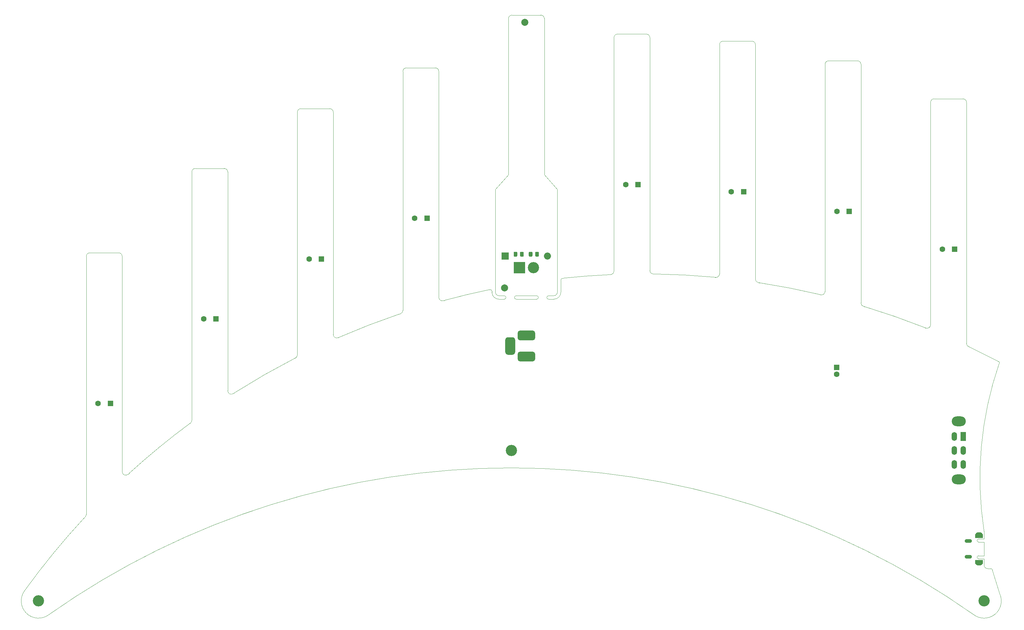
<source format=gbr>
%TF.GenerationSoftware,KiCad,Pcbnew,5.1.10-88a1d61d58~90~ubuntu20.04.1*%
%TF.CreationDate,2021-11-19T20:23:52-08:00*%
%TF.ProjectId,menorah555a,6d656e6f-7261-4683-9535-35612e6b6963,A*%
%TF.SameCoordinates,Original*%
%TF.FileFunction,Soldermask,Bot*%
%TF.FilePolarity,Negative*%
%FSLAX46Y46*%
G04 Gerber Fmt 4.6, Leading zero omitted, Abs format (unit mm)*
G04 Created by KiCad (PCBNEW 5.1.10-88a1d61d58~90~ubuntu20.04.1) date 2021-11-19 20:23:52*
%MOMM*%
%LPD*%
G01*
G04 APERTURE LIST*
%TA.AperFunction,Profile*%
%ADD10C,0.050000*%
%TD*%
%ADD11C,0.010000*%
%ADD12O,2.000000X2.000000*%
%ADD13R,2.000000X2.000000*%
%ADD14C,3.200000*%
%ADD15C,2.000000*%
%ADD16R,1.600000X1.600000*%
%ADD17C,1.600000*%
%ADD18O,4.000000X2.800000*%
%ADD19O,1.500000X2.500000*%
%ADD20R,1.500000X2.500000*%
%ADD21O,3.200000X3.200000*%
%ADD22R,3.200000X3.200000*%
%ADD23O,1.900000X0.950000*%
%ADD24O,2.100000X1.050000*%
G04 APERTURE END LIST*
D10*
X197600000Y-133200000D02*
X203400000Y-133200000D01*
X197600000Y-134200000D02*
X203400000Y-134200000D01*
X192700000Y-134200000D02*
X194200000Y-134200000D01*
X206800000Y-134200000D02*
X208300000Y-134200000D01*
X192700000Y-133200000D02*
X194200000Y-133200000D01*
X197600000Y-134200000D02*
G75*
G02*
X197600000Y-133200000I0J500000D01*
G01*
X203400000Y-133200000D02*
G75*
G02*
X203400000Y-134200000I0J-500000D01*
G01*
X206800000Y-134200000D02*
G75*
G02*
X206800000Y-133200000I0J500000D01*
G01*
X194200000Y-133200000D02*
G75*
G02*
X194200000Y-134200000I0J-500000D01*
G01*
X330600000Y-208000000D02*
X330600000Y-209800000D01*
X330600000Y-203250000D02*
X330600000Y-207149000D01*
X329030000Y-203249000D02*
G75*
G02*
X329030000Y-202399000I0J425000D01*
G01*
X329030000Y-203249000D02*
X330600000Y-203249000D01*
X329030000Y-202399000D02*
X330600000Y-202399000D01*
X329030000Y-207999000D02*
G75*
G02*
X329030000Y-207149000I0J425000D01*
G01*
X329030000Y-207149000D02*
X330600000Y-207149000D01*
X329030000Y-207999000D02*
X330600000Y-207999000D01*
X334473216Y-151784307D02*
X334841394Y-151986459D01*
X326209269Y-147680505D02*
X326340000Y-147740000D01*
X334473217Y-151784307D02*
G75*
G03*
X326340000Y-147740000I-100603217J-192115693D01*
G01*
X313693401Y-142252243D02*
X313977382Y-142376308D01*
X296341181Y-136225926D02*
X296540000Y-136280000D01*
X313693401Y-142252243D02*
G75*
G03*
X296540000Y-136280000I-79823401J-201647757D01*
G01*
X283817199Y-132845881D02*
X284141181Y-132935926D01*
X266392088Y-129478148D02*
X266730000Y-129520000D01*
X283817199Y-132845881D02*
G75*
G03*
X266730000Y-129520000I-49947199J-211054119D01*
G01*
X253945960Y-127939407D02*
X254312844Y-127986195D01*
X236634899Y-127029391D02*
X236940000Y-127030000D01*
X253945960Y-127939408D02*
G75*
G03*
X236940000Y-127030000I-20075960J-215960592D01*
G01*
X224310641Y-127212249D02*
X224573648Y-127204808D01*
X211100000Y-128200000D02*
X210713176Y-128247596D01*
X224310641Y-127212249D02*
G75*
G03*
X211100000Y-128200000I9559359J-216687751D01*
G01*
X210713176Y-128247596D02*
G75*
G03*
X210300000Y-128740000I86824J-492404D01*
G01*
X189818328Y-131513618D02*
X190070590Y-131457037D01*
X190070590Y-131457037D02*
G75*
G02*
X190700000Y-131940000I129410J-482963D01*
G01*
X177300000Y-134500000D02*
X176925568Y-134605519D01*
X189818328Y-131513619D02*
G75*
G03*
X177300000Y-134500000I44051672J-212386381D01*
G01*
X147100000Y-145100000D02*
X147022618Y-145136308D01*
X164658819Y-138335926D02*
X164398003Y-138414929D01*
X164398003Y-138414928D02*
G75*
G03*
X147100000Y-145100000I69471997J-205485072D01*
G01*
X117400000Y-160900000D02*
X117229320Y-161007146D01*
X134929919Y-150858048D02*
X134801847Y-150922131D01*
X134801848Y-150922131D02*
G75*
G03*
X117400000Y-160900000I99088152J-192977869D01*
G01*
X104841866Y-169519312D02*
X104929919Y-169458048D01*
X75069131Y-196113145D02*
X74841689Y-196355905D01*
X87600000Y-183700000D02*
X87294658Y-183979340D01*
X313977382Y-142376308D02*
G75*
G03*
X315400000Y-141470000I422618J906308D01*
G01*
X284141181Y-132935926D02*
G75*
G03*
X285400000Y-131970000I258819J965926D01*
G01*
X254312844Y-127986195D02*
G75*
G03*
X255400000Y-126990000I87156J996195D01*
G01*
X224573648Y-127204808D02*
G75*
G03*
X225400000Y-126220000I-173648J984808D01*
G01*
X164658819Y-138335926D02*
G75*
G03*
X165400000Y-137370000I-258819J965926D01*
G01*
X134929919Y-150858048D02*
G75*
G03*
X135400000Y-150010000I-529919J848048D01*
G01*
X326209269Y-147680505D02*
G75*
G02*
X325600000Y-146760000I390731J920505D01*
G01*
X296341181Y-136225926D02*
G75*
G02*
X295600000Y-135260000I258819J965926D01*
G01*
X266392088Y-129478148D02*
G75*
G02*
X265600000Y-128500000I207912J978148D01*
G01*
X236634899Y-127029391D02*
G75*
G02*
X235600000Y-126030000I-34899J999391D01*
G01*
X176925568Y-134605519D02*
G75*
G02*
X175600000Y-133660000I-325568J945519D01*
G01*
X147022618Y-145136308D02*
G75*
G02*
X145600000Y-144230000I-422618J906308D01*
G01*
X117229320Y-161007146D02*
G75*
G02*
X115600000Y-160230000I-629320J777146D01*
G01*
X104929919Y-169458048D02*
G75*
G03*
X105400000Y-168610000I-529919J848048D01*
G01*
X87294658Y-183979340D02*
G75*
G02*
X85600000Y-183260000I-694658J719340D01*
G01*
X75069131Y-196113145D02*
G75*
G03*
X75400000Y-195370000I-669131J743145D01*
G01*
X74841689Y-196355905D02*
G75*
G03*
X57824000Y-217136000I158968311J-147544095D01*
G01*
X210300000Y-132200000D02*
X210300000Y-128740000D01*
X190700000Y-132200000D02*
X190700000Y-131940000D01*
X210300000Y-132200000D02*
G75*
G02*
X208300000Y-134200000I-2000000J0D01*
G01*
X192700000Y-134200000D02*
G75*
G02*
X190700000Y-132200000I0J2000000D01*
G01*
X209300000Y-132200000D02*
G75*
G02*
X208300000Y-133200000I-1000000J0D01*
G01*
X192700000Y-133200000D02*
G75*
G02*
X191700000Y-132200000I0J1000000D01*
G01*
X330600000Y-209800000D02*
G75*
G03*
X331600000Y-210800000I1000000J0D01*
G01*
X332889778Y-211022354D02*
X332963500Y-211270827D01*
X332889778Y-211022354D02*
G75*
G03*
X332600000Y-210800000I-289778J-77646D01*
G01*
X331600000Y-210800000D02*
X332600000Y-210800000D01*
X332963500Y-211270827D02*
G75*
G03*
X335030000Y-217906000I96036500J26270827D01*
G01*
X334963541Y-152291394D02*
X334868155Y-152553185D01*
X330600000Y-202399000D02*
X330600000Y-200200000D01*
X334963541Y-152291394D02*
G75*
G03*
X334841394Y-151986459I-213541J91394D01*
G01*
X327511852Y-223813089D02*
X327603497Y-223876946D01*
X64764915Y-223901327D02*
X64850309Y-223837228D01*
X64764915Y-223901326D02*
G75*
G02*
X57824000Y-217136000I-2964915J3901326D01*
G01*
X327603497Y-223876946D02*
G75*
G03*
X335030000Y-217906000I2996503J3876946D01*
G01*
X334868155Y-152553185D02*
G75*
G03*
X330600000Y-200200000I94131845J-32446815D01*
G01*
X104841866Y-169519312D02*
G75*
G03*
X87600000Y-183700000I128968134J-174380688D01*
G01*
X327511852Y-223813090D02*
G75*
G03*
X64850000Y-223840000I-131311852J-186186910D01*
G01*
X285400000Y-67400000D02*
G75*
G02*
X286400000Y-66400000I1000000J0D01*
G01*
X325600000Y-78200000D02*
X325600000Y-146760000D01*
X235600000Y-59800000D02*
X235600000Y-126030000D01*
X234600000Y-58800000D02*
G75*
G02*
X235600000Y-59800000I0J-1000000D01*
G01*
X226400000Y-58800000D02*
X234600000Y-58800000D01*
X225400000Y-59800000D02*
G75*
G02*
X226400000Y-58800000I1000000J0D01*
G01*
X225400000Y-126220000D02*
X225400000Y-59800000D01*
X286400000Y-66400000D02*
X294600000Y-66400000D01*
X315400000Y-78200000D02*
G75*
G02*
X316400000Y-77200000I1000000J0D01*
G01*
X315400000Y-141470000D02*
X315400000Y-78200000D01*
X264600000Y-60800000D02*
G75*
G02*
X265600000Y-61800000I0J-1000000D01*
G01*
X316400000Y-77200000D02*
X324600000Y-77200000D01*
X265600000Y-61800000D02*
X265600000Y-128500000D01*
X295600000Y-67400000D02*
X295600000Y-135260000D01*
X324600000Y-77200000D02*
G75*
G02*
X325600000Y-78200000I0J-1000000D01*
G01*
X255400000Y-126990000D02*
X255400000Y-61800000D01*
X285400000Y-131970000D02*
X285400000Y-67400000D01*
X256400000Y-60800000D02*
X264600000Y-60800000D01*
X294600000Y-66400000D02*
G75*
G02*
X295600000Y-67400000I0J-1000000D01*
G01*
X255400000Y-61800000D02*
G75*
G02*
X256400000Y-60800000I1000000J0D01*
G01*
X165400000Y-69400000D02*
G75*
G02*
X166400000Y-68400000I1000000J0D01*
G01*
X166400000Y-68400000D02*
X174600000Y-68400000D01*
X175600000Y-69400000D02*
X175600000Y-133660000D01*
X165400000Y-137370000D02*
X165400000Y-69400000D01*
X174600000Y-68400000D02*
G75*
G02*
X175600000Y-69400000I0J-1000000D01*
G01*
X145600000Y-81000000D02*
X145600000Y-144230000D01*
X144600000Y-80000000D02*
G75*
G02*
X145600000Y-81000000I0J-1000000D01*
G01*
X136400000Y-80000000D02*
X144600000Y-80000000D01*
X135400000Y-81000000D02*
G75*
G02*
X136400000Y-80000000I1000000J0D01*
G01*
X135400000Y-150010000D02*
X135400000Y-81000000D01*
X115600000Y-98000000D02*
X115600000Y-160230000D01*
X114600000Y-97000000D02*
G75*
G02*
X115600000Y-98000000I0J-1000000D01*
G01*
X106400000Y-97000000D02*
X114600000Y-97000000D01*
X105400000Y-98000000D02*
G75*
G02*
X106400000Y-97000000I1000000J0D01*
G01*
X105400000Y-168610000D02*
X105400000Y-98000000D01*
X205600000Y-98800000D02*
X209300000Y-103000000D01*
X205600000Y-54400000D02*
X205600000Y-98800000D01*
X195400000Y-98800000D02*
X191700000Y-103000000D01*
X195400000Y-54400000D02*
X195400000Y-98800000D01*
X204600000Y-53400000D02*
G75*
G02*
X205600000Y-54400000I0J-1000000D01*
G01*
X196400000Y-53400000D02*
X204600000Y-53400000D01*
X195400000Y-54400000D02*
G75*
G02*
X196400000Y-53400000I1000000J0D01*
G01*
X209300000Y-103000000D02*
X209300000Y-132200000D01*
X206800000Y-133200000D02*
X208300000Y-133200000D01*
X191700000Y-103000000D02*
X191700000Y-132200000D01*
X84600000Y-121000000D02*
G75*
G02*
X85600000Y-122000000I0J-1000000D01*
G01*
X75400000Y-122000000D02*
G75*
G02*
X76400000Y-121000000I1000000J0D01*
G01*
X75400000Y-195370000D02*
X75400000Y-122000000D01*
X85600000Y-122000000D02*
X85600000Y-183260000D01*
X76400000Y-121000000D02*
X84600000Y-121000000D01*
D11*
%TO.C,J1*%
G36*
X328100000Y-201994030D02*
G01*
X328100000Y-201025000D01*
X330201960Y-201025000D01*
X330201960Y-201994030D01*
X328100000Y-201994030D01*
G37*
X328100000Y-201994030D02*
X328100000Y-201025000D01*
X330201960Y-201025000D01*
X330201960Y-201994030D01*
X328100000Y-201994030D01*
G36*
X328100000Y-209381070D02*
G01*
X328100000Y-208400000D01*
X330201530Y-208400000D01*
X330201530Y-209381070D01*
X328100000Y-209381070D01*
G37*
X328100000Y-209381070D02*
X328100000Y-208400000D01*
X330201530Y-208400000D01*
X330201530Y-209381070D01*
X328100000Y-209381070D01*
%TD*%
D12*
%TO.C,C19*%
X206500000Y-121900000D03*
D13*
X194500000Y-121900000D03*
%TD*%
D14*
%TO.C,H3*%
X330600000Y-220000000D03*
%TD*%
%TO.C,H2*%
X196200000Y-177200000D03*
%TD*%
%TO.C,H1*%
X61800000Y-220000000D03*
%TD*%
D15*
%TO.C,FID4*%
X194310000Y-131010000D03*
%TD*%
%TO.C,FID3*%
X200010000Y-55460000D03*
%TD*%
D16*
%TO.C,C13*%
X232250000Y-101600000D03*
D17*
X228750000Y-101600000D03*
%TD*%
D16*
%TO.C,C16*%
X322250000Y-120000000D03*
D17*
X318750000Y-120000000D03*
%TD*%
%TO.C,C14*%
X258750000Y-103600000D03*
D16*
X262250000Y-103600000D03*
%TD*%
D17*
%TO.C,C15*%
X288750000Y-109200000D03*
D16*
X292250000Y-109200000D03*
%TD*%
D17*
%TO.C,C12*%
X168750000Y-111200000D03*
D16*
X172250000Y-111200000D03*
%TD*%
%TO.C,C11*%
X142250000Y-122800000D03*
D17*
X138750000Y-122800000D03*
%TD*%
D16*
%TO.C,C10*%
X112250000Y-139800000D03*
D17*
X108750000Y-139800000D03*
%TD*%
%TO.C,C18*%
X288720000Y-155570000D03*
D16*
X288720000Y-153570000D03*
%TD*%
D17*
%TO.C,C9*%
X78750000Y-163800000D03*
D16*
X82250000Y-163800000D03*
%TD*%
D18*
%TO.C,SW9*%
X323400000Y-168950000D03*
X323400000Y-185450000D03*
D19*
X322150000Y-181200000D03*
X322150000Y-177200000D03*
X322150000Y-173200000D03*
X324650000Y-181200000D03*
X324650000Y-177200000D03*
D20*
X324650000Y-173200000D03*
%TD*%
%TO.C,R30*%
G36*
G01*
X202212500Y-120949998D02*
X202212500Y-121850002D01*
G75*
G02*
X201962502Y-122100000I-249998J0D01*
G01*
X201437498Y-122100000D01*
G75*
G02*
X201187500Y-121850002I0J249998D01*
G01*
X201187500Y-120949998D01*
G75*
G02*
X201437498Y-120700000I249998J0D01*
G01*
X201962502Y-120700000D01*
G75*
G02*
X202212500Y-120949998I0J-249998D01*
G01*
G37*
G36*
G01*
X204037500Y-120949998D02*
X204037500Y-121850002D01*
G75*
G02*
X203787502Y-122100000I-249998J0D01*
G01*
X203262498Y-122100000D01*
G75*
G02*
X203012500Y-121850002I0J249998D01*
G01*
X203012500Y-120949998D01*
G75*
G02*
X203262498Y-120700000I249998J0D01*
G01*
X203787502Y-120700000D01*
G75*
G02*
X204037500Y-120949998I0J-249998D01*
G01*
G37*
%TD*%
%TO.C,R31*%
G36*
G01*
X198700000Y-121850002D02*
X198700000Y-120949998D01*
G75*
G02*
X198949998Y-120700000I249998J0D01*
G01*
X199475002Y-120700000D01*
G75*
G02*
X199725000Y-120949998I0J-249998D01*
G01*
X199725000Y-121850002D01*
G75*
G02*
X199475002Y-122100000I-249998J0D01*
G01*
X198949998Y-122100000D01*
G75*
G02*
X198700000Y-121850002I0J249998D01*
G01*
G37*
G36*
G01*
X196875000Y-121850002D02*
X196875000Y-120949998D01*
G75*
G02*
X197124998Y-120700000I249998J0D01*
G01*
X197650002Y-120700000D01*
G75*
G02*
X197900000Y-120949998I0J-249998D01*
G01*
X197900000Y-121850002D01*
G75*
G02*
X197650002Y-122100000I-249998J0D01*
G01*
X197124998Y-122100000D01*
G75*
G02*
X196875000Y-121850002I0J249998D01*
G01*
G37*
%TD*%
%TO.C,J2*%
G36*
G01*
X195200000Y-145000000D02*
X196600000Y-145000000D01*
G75*
G02*
X197300000Y-145700000I0J-700000D01*
G01*
X197300000Y-149300000D01*
G75*
G02*
X196600000Y-150000000I-700000J0D01*
G01*
X195200000Y-150000000D01*
G75*
G02*
X194500000Y-149300000I0J700000D01*
G01*
X194500000Y-145700000D01*
G75*
G02*
X195200000Y-145000000I700000J0D01*
G01*
G37*
G36*
G01*
X198700000Y-143100000D02*
X202300000Y-143100000D01*
G75*
G02*
X203000000Y-143800000I0J-700000D01*
G01*
X203000000Y-145200000D01*
G75*
G02*
X202300000Y-145900000I-700000J0D01*
G01*
X198700000Y-145900000D01*
G75*
G02*
X198000000Y-145200000I0J700000D01*
G01*
X198000000Y-143800000D01*
G75*
G02*
X198700000Y-143100000I700000J0D01*
G01*
G37*
G36*
G01*
X198700000Y-149100000D02*
X202300000Y-149100000D01*
G75*
G02*
X203000000Y-149800000I0J-700000D01*
G01*
X203000000Y-151200000D01*
G75*
G02*
X202300000Y-151900000I-700000J0D01*
G01*
X198700000Y-151900000D01*
G75*
G02*
X198000000Y-151200000I0J700000D01*
G01*
X198000000Y-149800000D01*
G75*
G02*
X198700000Y-149100000I700000J0D01*
G01*
G37*
%TD*%
D21*
%TO.C,J3*%
X202500000Y-125200000D03*
D22*
X198500000Y-125200000D03*
%TD*%
D23*
%TO.C,J1*%
X329150000Y-201025000D03*
X329150000Y-209375000D03*
D24*
X326150000Y-202975000D03*
X326150000Y-207425000D03*
%TD*%
M02*

</source>
